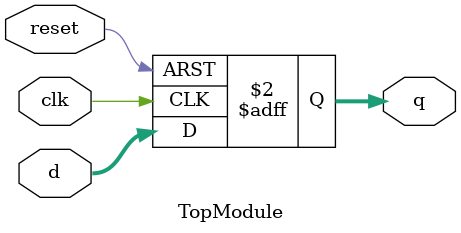
<source format=sv>

module TopModule (
  input clk,
  input [7:0] d,
  input reset,
  output reg [7:0] q
);
        always @(negedge clk or posedge reset) begin
            if (reset) begin
                q <= 8'h34;
            end else begin
                q <= d;
            end
        end
endmodule
/*
Status: Error running testbench

Fail Messages:The testbench simulated, but had errors. Please fix the module. The output of iverilog is as follows:
VCD info: dumpfile wave.vcd opened for output.
Hint: Your reset should be synchronous, but doesn't appear to be.
./execute_environment/testbench.sv:68: $finish called at 2181 (1ps)
Hint: Output 'q' has 46 mismatches. First mismatch occurred at time 75.
Hint: Total mismatched samples is 46 out of 436 samples

Simulation finished at 2181 ps
Mismatches: 46 in 436 samples
*/

/*
Insufficient Understanding of Circuit Concept:
active high synchronous,   always @(posedge clk or posedge reset) error
*/
</source>
